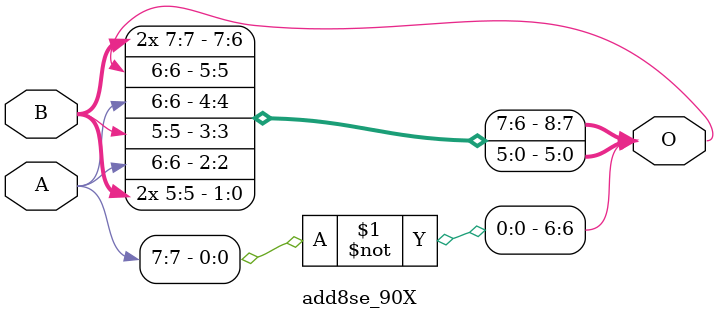
<source format=v>
module add8se_90X(	// /tmp/tmp.zYFBUXHw7E/28069_evoapproxlib_adders_8_signed_extended_pareto_pwr_mre_add8se_90X.cleaned.mlir:2:3
  input  [7:0] A,	// /tmp/tmp.zYFBUXHw7E/28069_evoapproxlib_adders_8_signed_extended_pareto_pwr_mre_add8se_90X.cleaned.mlir:2:28
               B,	// /tmp/tmp.zYFBUXHw7E/28069_evoapproxlib_adders_8_signed_extended_pareto_pwr_mre_add8se_90X.cleaned.mlir:2:40
  output [8:0] O	// /tmp/tmp.zYFBUXHw7E/28069_evoapproxlib_adders_8_signed_extended_pareto_pwr_mre_add8se_90X.cleaned.mlir:2:53
);

  assign O = {{2{B[7]}}, {2{~(A[7])}}, A[6], B[5], A[6], {2{B[5]}}};	// /tmp/tmp.zYFBUXHw7E/28069_evoapproxlib_adders_8_signed_extended_pareto_pwr_mre_add8se_90X.cleaned.mlir:4:10, :5:10, :6:10, :7:10, :8:10, :9:10, :10:10, :11:5
endmodule


</source>
